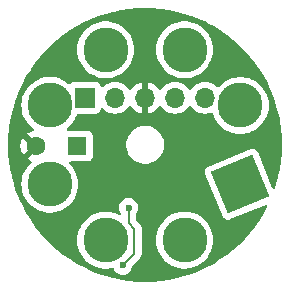
<source format=gbr>
%TF.GenerationSoftware,KiCad,Pcbnew,8.0.7-8.0.7-0~ubuntu22.04.1*%
%TF.CreationDate,2025-01-07T12:01:05+01:00*%
%TF.ProjectId,octal_base,6f637461-6c5f-4626-9173-652e6b696361,1*%
%TF.SameCoordinates,Original*%
%TF.FileFunction,Copper,L2,Bot*%
%TF.FilePolarity,Positive*%
%FSLAX46Y46*%
G04 Gerber Fmt 4.6, Leading zero omitted, Abs format (unit mm)*
G04 Created by KiCad (PCBNEW 8.0.7-8.0.7-0~ubuntu22.04.1) date 2025-01-07 12:01:05*
%MOMM*%
%LPD*%
G01*
G04 APERTURE LIST*
G04 Aperture macros list*
%AMRotRect*
0 Rectangle, with rotation*
0 The origin of the aperture is its center*
0 $1 length*
0 $2 width*
0 $3 Rotation angle, in degrees counterclockwise*
0 Add horizontal line*
21,1,$1,$2,0,0,$3*%
G04 Aperture macros list end*
%TA.AperFunction,ComponentPad*%
%ADD10R,1.600000X1.600000*%
%TD*%
%TA.AperFunction,ComponentPad*%
%ADD11C,1.600000*%
%TD*%
%TA.AperFunction,ComponentPad*%
%ADD12RotRect,3.810000X3.810000X22.500000*%
%TD*%
%TA.AperFunction,ComponentPad*%
%ADD13C,3.810000*%
%TD*%
%TA.AperFunction,ComponentPad*%
%ADD14R,1.700000X1.700000*%
%TD*%
%TA.AperFunction,ComponentPad*%
%ADD15O,1.700000X1.700000*%
%TD*%
%TA.AperFunction,ViaPad*%
%ADD16C,0.600000*%
%TD*%
%TA.AperFunction,Conductor*%
%ADD17C,0.200000*%
%TD*%
G04 APERTURE END LIST*
D10*
%TO.P,C1,1*%
%TO.N,VCC*%
X84852651Y-77000000D03*
D11*
%TO.P,C1,2*%
%TO.N,GND*%
X81352651Y-77000000D03*
%TD*%
D12*
%TO.P,J1,1,Pin_1*%
%TO.N,unconnected-(J1-Pin_1-Pad1)*%
X98661493Y-80239180D03*
D13*
%TO.P,J1,2,Pin_2*%
%TO.N,H1*%
X98660848Y-73561087D03*
%TO.P,J1,3,Pin_3*%
%TO.N,unconnected-(J1-Pin_3-Pad3)*%
X93939179Y-68838507D03*
%TO.P,J1,4,Pin_4*%
%TO.N,AGC*%
X87261087Y-68839151D03*
%TO.P,J1,5,Pin_5*%
%TO.N,unconnected-(J1-Pin_5-Pad5)*%
X82538506Y-73560820D03*
%TO.P,J1,6,Pin_6*%
%TO.N,Net-(J1-Pin_6)*%
X82539151Y-80238913D03*
%TO.P,J1,7,Pin_7*%
%TO.N,H2*%
X87260820Y-84961494D03*
%TO.P,J1,8,Pin_8*%
%TO.N,K*%
X93938912Y-84960849D03*
%TD*%
D14*
%TO.P,J2,1,Pin_1*%
%TO.N,unconnected-(J2-Pin_1-Pad1)*%
X85520001Y-72900001D03*
D15*
%TO.P,J2,2,Pin_2*%
%TO.N,VCC*%
X88060001Y-72900001D03*
%TO.P,J2,3,Pin_3*%
%TO.N,GND*%
X90600001Y-72900001D03*
%TO.P,J2,4,Pin_4*%
%TO.N,AGC*%
X93140001Y-72900001D03*
%TO.P,J2,5,Pin_5*%
%TO.N,EN*%
X95680001Y-72900001D03*
%TD*%
D16*
%TO.N,GND*%
X96500000Y-67800000D03*
X94700000Y-76100000D03*
X90600000Y-86900000D03*
X98100000Y-69700000D03*
X90600000Y-84600000D03*
%TO.N,VCC*%
X89200000Y-82200000D03*
X88700000Y-87100000D03*
%TD*%
D17*
%TO.N,VCC*%
X89700000Y-86100000D02*
X89700000Y-84000000D01*
X89200000Y-83500000D02*
X89200000Y-82200000D01*
X88700000Y-87100000D02*
X89700000Y-86100000D01*
X89700000Y-84000000D02*
X89200000Y-83500000D01*
%TD*%
%TA.AperFunction,Conductor*%
%TO.N,GND*%
G36*
X91270867Y-65320020D02*
G01*
X91278044Y-65320439D01*
X91857030Y-65371093D01*
X91943019Y-65378617D01*
X91950183Y-65379454D01*
X92013583Y-65388740D01*
X92610699Y-65476204D01*
X92617740Y-65477446D01*
X93271500Y-65612437D01*
X93278492Y-65614093D01*
X93923317Y-65786874D01*
X93930189Y-65788932D01*
X94505316Y-65979508D01*
X94563832Y-65998898D01*
X94570608Y-66001364D01*
X95190984Y-66247824D01*
X95197589Y-66250673D01*
X95802594Y-66532792D01*
X95809008Y-66536013D01*
X96035778Y-66658286D01*
X96396577Y-66852827D01*
X96402824Y-66856434D01*
X96970953Y-67206862D01*
X96976979Y-67210825D01*
X97523779Y-67593698D01*
X97529565Y-67598005D01*
X98053185Y-68012030D01*
X98058711Y-68016667D01*
X98557370Y-68460435D01*
X98562616Y-68465385D01*
X99034614Y-68937383D01*
X99039564Y-68942629D01*
X99483332Y-69441288D01*
X99487969Y-69446814D01*
X99901994Y-69970434D01*
X99906301Y-69976220D01*
X100289174Y-70523020D01*
X100293137Y-70529046D01*
X100643565Y-71097175D01*
X100647172Y-71103422D01*
X100963978Y-71690975D01*
X100967214Y-71697418D01*
X100996839Y-71760948D01*
X101249322Y-72302401D01*
X101252179Y-72309024D01*
X101498634Y-72929388D01*
X101501101Y-72936167D01*
X101711061Y-73569792D01*
X101713130Y-73576701D01*
X101885902Y-74221494D01*
X101887565Y-74228513D01*
X101897888Y-74278507D01*
X101989512Y-74722242D01*
X102022547Y-74882227D01*
X102023800Y-74889331D01*
X102120545Y-75549816D01*
X102121382Y-75556980D01*
X102179559Y-76221944D01*
X102179979Y-76229144D01*
X102199395Y-76896393D01*
X102199395Y-76903607D01*
X102179979Y-77570855D01*
X102179559Y-77578055D01*
X102121382Y-78243019D01*
X102120545Y-78250183D01*
X102023800Y-78910668D01*
X102022547Y-78917772D01*
X101887565Y-79571486D01*
X101885902Y-79578505D01*
X101713130Y-80223298D01*
X101711061Y-80230208D01*
X101616029Y-80516997D01*
X101576257Y-80574442D01*
X101511741Y-80601265D01*
X101442965Y-80588950D01*
X101391765Y-80541407D01*
X101383765Y-80525452D01*
X100136553Y-77514417D01*
X100136550Y-77514411D01*
X100136548Y-77514406D01*
X100107823Y-77461800D01*
X100107818Y-77461794D01*
X100009751Y-77356461D01*
X100009749Y-77356459D01*
X99885971Y-77283019D01*
X99766649Y-77252564D01*
X99746523Y-77247427D01*
X99746522Y-77247427D01*
X99746519Y-77247426D01*
X99602697Y-77252564D01*
X99602693Y-77252564D01*
X99602692Y-77252565D01*
X99545167Y-77269456D01*
X99545165Y-77269456D01*
X99545161Y-77269458D01*
X95936724Y-78764122D01*
X95936719Y-78764124D01*
X95884113Y-78792849D01*
X95884107Y-78792854D01*
X95778774Y-78890921D01*
X95778772Y-78890923D01*
X95705332Y-79014701D01*
X95669740Y-79154150D01*
X95669739Y-79154153D01*
X95674877Y-79297975D01*
X95674877Y-79297978D01*
X95674878Y-79297981D01*
X95691769Y-79355506D01*
X95691770Y-79355510D01*
X95691771Y-79355511D01*
X97186435Y-82963948D01*
X97186437Y-82963953D01*
X97215162Y-83016559D01*
X97215167Y-83016565D01*
X97313234Y-83121898D01*
X97313236Y-83121900D01*
X97437014Y-83195340D01*
X97482842Y-83207036D01*
X97576463Y-83230933D01*
X97576465Y-83230932D01*
X97576466Y-83230933D01*
X97624406Y-83229220D01*
X97720294Y-83225795D01*
X97777819Y-83208904D01*
X100794606Y-81959308D01*
X100864073Y-81951840D01*
X100926552Y-81983115D01*
X100962204Y-82043204D01*
X100959710Y-82113029D01*
X100951201Y-82132720D01*
X100647172Y-82696577D01*
X100643565Y-82702824D01*
X100293137Y-83270953D01*
X100289174Y-83276979D01*
X99906301Y-83823779D01*
X99901994Y-83829565D01*
X99487969Y-84353185D01*
X99483332Y-84358711D01*
X99039564Y-84857370D01*
X99034614Y-84862616D01*
X98562616Y-85334614D01*
X98557370Y-85339564D01*
X98058711Y-85783332D01*
X98053185Y-85787969D01*
X97529565Y-86201994D01*
X97523779Y-86206301D01*
X96976979Y-86589174D01*
X96970953Y-86593137D01*
X96402824Y-86943565D01*
X96396577Y-86947172D01*
X95809024Y-87263978D01*
X95802579Y-87267215D01*
X95197598Y-87549322D01*
X95190975Y-87552179D01*
X94570611Y-87798634D01*
X94563832Y-87801101D01*
X93930207Y-88011061D01*
X93923298Y-88013130D01*
X93278505Y-88185902D01*
X93271486Y-88187565D01*
X92617772Y-88322547D01*
X92610668Y-88323800D01*
X91950183Y-88420545D01*
X91943019Y-88421382D01*
X91278055Y-88479559D01*
X91270855Y-88479979D01*
X90603607Y-88499395D01*
X90596393Y-88499395D01*
X89929144Y-88479979D01*
X89921944Y-88479559D01*
X89256980Y-88421382D01*
X89249816Y-88420545D01*
X88652731Y-88333086D01*
X88589327Y-88323799D01*
X88582232Y-88322547D01*
X88383657Y-88281545D01*
X87928513Y-88187565D01*
X87921494Y-88185902D01*
X87276701Y-88013130D01*
X87269792Y-88011061D01*
X86636167Y-87801101D01*
X86629388Y-87798634D01*
X86009024Y-87552179D01*
X86002401Y-87549322D01*
X85397420Y-87267215D01*
X85390975Y-87263978D01*
X84803422Y-86947172D01*
X84797175Y-86943565D01*
X84229046Y-86593137D01*
X84223020Y-86589174D01*
X83676220Y-86206301D01*
X83670434Y-86201994D01*
X83146814Y-85787969D01*
X83141288Y-85783332D01*
X82642629Y-85339564D01*
X82637383Y-85334614D01*
X82264257Y-84961488D01*
X84850564Y-84961488D01*
X84850564Y-84961499D01*
X84869568Y-85263568D01*
X84869569Y-85263575D01*
X84926288Y-85560904D01*
X84999340Y-85785733D01*
X85019821Y-85848768D01*
X85148697Y-86122644D01*
X85148699Y-86122647D01*
X85148700Y-86122649D01*
X85310878Y-86378202D01*
X85310881Y-86378206D01*
X85310882Y-86378207D01*
X85503819Y-86611428D01*
X85715402Y-86810117D01*
X85724463Y-86818626D01*
X85724473Y-86818634D01*
X85969328Y-86996532D01*
X85969333Y-86996534D01*
X85969340Y-86996540D01*
X86234583Y-87142359D01*
X86234588Y-87142361D01*
X86234590Y-87142362D01*
X86234591Y-87142363D01*
X86516006Y-87253783D01*
X86516009Y-87253784D01*
X86806667Y-87328412D01*
X86809183Y-87329058D01*
X86872180Y-87337016D01*
X87109467Y-87366993D01*
X87109476Y-87366993D01*
X87109479Y-87366994D01*
X87109481Y-87366994D01*
X87412159Y-87366994D01*
X87412161Y-87366994D01*
X87412164Y-87366993D01*
X87412172Y-87366993D01*
X87591359Y-87344356D01*
X87712457Y-87329058D01*
X87803681Y-87305635D01*
X87873506Y-87308028D01*
X87930955Y-87347794D01*
X87951557Y-87384784D01*
X87974209Y-87449519D01*
X88036920Y-87549322D01*
X88070184Y-87602262D01*
X88197738Y-87729816D01*
X88350478Y-87825789D01*
X88520745Y-87885368D01*
X88520750Y-87885369D01*
X88699996Y-87905565D01*
X88700000Y-87905565D01*
X88700004Y-87905565D01*
X88879249Y-87885369D01*
X88879252Y-87885368D01*
X88879255Y-87885368D01*
X89049522Y-87825789D01*
X89202262Y-87729816D01*
X89329816Y-87602262D01*
X89425789Y-87449522D01*
X89485368Y-87279255D01*
X89495161Y-87192329D01*
X89522226Y-87127918D01*
X89530689Y-87118544D01*
X90180520Y-86468716D01*
X90259577Y-86331784D01*
X90300501Y-86179057D01*
X90300501Y-86020942D01*
X90300501Y-86013347D01*
X90300500Y-86013329D01*
X90300500Y-84960843D01*
X91528656Y-84960843D01*
X91528656Y-84960854D01*
X91547660Y-85262923D01*
X91547661Y-85262930D01*
X91604380Y-85560259D01*
X91604590Y-85560904D01*
X91697913Y-85848123D01*
X91826789Y-86121999D01*
X91826791Y-86122002D01*
X91826792Y-86122004D01*
X91988970Y-86377557D01*
X91988973Y-86377561D01*
X91988974Y-86377562D01*
X92181911Y-86610783D01*
X92394181Y-86810117D01*
X92402555Y-86817981D01*
X92402565Y-86817989D01*
X92647420Y-86995887D01*
X92647425Y-86995889D01*
X92647432Y-86995895D01*
X92912675Y-87141714D01*
X92912680Y-87141716D01*
X92912682Y-87141717D01*
X92912683Y-87141718D01*
X93194098Y-87253138D01*
X93194101Y-87253139D01*
X93487271Y-87328412D01*
X93487275Y-87328413D01*
X93550272Y-87336371D01*
X93787559Y-87366348D01*
X93787568Y-87366348D01*
X93787571Y-87366349D01*
X93787573Y-87366349D01*
X94090251Y-87366349D01*
X94090253Y-87366349D01*
X94090256Y-87366348D01*
X94090264Y-87366348D01*
X94269451Y-87343711D01*
X94390549Y-87328413D01*
X94683722Y-87253139D01*
X94683725Y-87253138D01*
X94965140Y-87141718D01*
X94965141Y-87141717D01*
X94965139Y-87141717D01*
X94965149Y-87141714D01*
X95230392Y-86995895D01*
X95475267Y-86817983D01*
X95695913Y-86610783D01*
X95888850Y-86377562D01*
X96051035Y-86121999D01*
X96179911Y-85848123D01*
X96273445Y-85560255D01*
X96330162Y-85262934D01*
X96330163Y-85262923D01*
X96349168Y-84960854D01*
X96349168Y-84960843D01*
X96330163Y-84658774D01*
X96330162Y-84658767D01*
X96330162Y-84658764D01*
X96273445Y-84361443D01*
X96179911Y-84073575D01*
X96051035Y-83799699D01*
X95944156Y-83631284D01*
X95888853Y-83544140D01*
X95888850Y-83544136D01*
X95695913Y-83310915D01*
X95475267Y-83103715D01*
X95475264Y-83103713D01*
X95475258Y-83103708D01*
X95230403Y-82925810D01*
X95230396Y-82925805D01*
X95230392Y-82925803D01*
X94965149Y-82779984D01*
X94965146Y-82779982D01*
X94965141Y-82779980D01*
X94965140Y-82779979D01*
X94683725Y-82668559D01*
X94683722Y-82668558D01*
X94390552Y-82593285D01*
X94390539Y-82593283D01*
X94090264Y-82555349D01*
X94090253Y-82555349D01*
X93787571Y-82555349D01*
X93787559Y-82555349D01*
X93487284Y-82593283D01*
X93487271Y-82593285D01*
X93194101Y-82668558D01*
X93194098Y-82668559D01*
X92912683Y-82779979D01*
X92912682Y-82779980D01*
X92647432Y-82925803D01*
X92647420Y-82925810D01*
X92402565Y-83103708D01*
X92402555Y-83103716D01*
X92218049Y-83276979D01*
X92181911Y-83310915D01*
X92117598Y-83388655D01*
X91988970Y-83544140D01*
X91826792Y-83799693D01*
X91826789Y-83799697D01*
X91826789Y-83799699D01*
X91730132Y-84005106D01*
X91697912Y-84073577D01*
X91604380Y-84361438D01*
X91547661Y-84658767D01*
X91547660Y-84658774D01*
X91528656Y-84960843D01*
X90300500Y-84960843D01*
X90300500Y-84089060D01*
X90300501Y-84089047D01*
X90300501Y-83920944D01*
X90300501Y-83920943D01*
X90259577Y-83768216D01*
X90259573Y-83768209D01*
X90180524Y-83631290D01*
X90180518Y-83631282D01*
X89836819Y-83287583D01*
X89803334Y-83226260D01*
X89800500Y-83199902D01*
X89800500Y-82782412D01*
X89820185Y-82715373D01*
X89827555Y-82705097D01*
X89829810Y-82702267D01*
X89829816Y-82702262D01*
X89925789Y-82549522D01*
X89985368Y-82379255D01*
X90005565Y-82200000D01*
X89997984Y-82132720D01*
X89985369Y-82020750D01*
X89985368Y-82020745D01*
X89925788Y-81850476D01*
X89829815Y-81697737D01*
X89702262Y-81570184D01*
X89549523Y-81474211D01*
X89379254Y-81414631D01*
X89379249Y-81414630D01*
X89200004Y-81394435D01*
X89199996Y-81394435D01*
X89020750Y-81414630D01*
X89020745Y-81414631D01*
X88850476Y-81474211D01*
X88697737Y-81570184D01*
X88570184Y-81697737D01*
X88474211Y-81850476D01*
X88414631Y-82020745D01*
X88414630Y-82020750D01*
X88394435Y-82199996D01*
X88394435Y-82200003D01*
X88414630Y-82379249D01*
X88414631Y-82379254D01*
X88474211Y-82549523D01*
X88540254Y-82654630D01*
X88559254Y-82721867D01*
X88538886Y-82788702D01*
X88485618Y-82833916D01*
X88416362Y-82843153D01*
X88375525Y-82829265D01*
X88287057Y-82780629D01*
X88287050Y-82780626D01*
X88287048Y-82780625D01*
X88287048Y-82780624D01*
X88005633Y-82669204D01*
X88005630Y-82669203D01*
X87712460Y-82593930D01*
X87712447Y-82593928D01*
X87412172Y-82555994D01*
X87412161Y-82555994D01*
X87109479Y-82555994D01*
X87109467Y-82555994D01*
X86809192Y-82593928D01*
X86809179Y-82593930D01*
X86516009Y-82669203D01*
X86516006Y-82669204D01*
X86234591Y-82780624D01*
X86234590Y-82780625D01*
X85969340Y-82926448D01*
X85969328Y-82926455D01*
X85724473Y-83104353D01*
X85724463Y-83104361D01*
X85503821Y-83311558D01*
X85310878Y-83544785D01*
X85148700Y-83800338D01*
X85148697Y-83800342D01*
X85148697Y-83800344D01*
X85136276Y-83826741D01*
X85019820Y-84074222D01*
X84926288Y-84362083D01*
X84869569Y-84659412D01*
X84869568Y-84659419D01*
X84850564Y-84961488D01*
X82264257Y-84961488D01*
X82165385Y-84862616D01*
X82160435Y-84857370D01*
X81716667Y-84358711D01*
X81712030Y-84353185D01*
X81298005Y-83829565D01*
X81293698Y-83823779D01*
X80910825Y-83276979D01*
X80906862Y-83270953D01*
X80604425Y-82780629D01*
X80556432Y-82702822D01*
X80552827Y-82696577D01*
X80537719Y-82668558D01*
X80236013Y-82109008D01*
X80232792Y-82102594D01*
X79950673Y-81497589D01*
X79947820Y-81490975D01*
X79917490Y-81414631D01*
X79701364Y-80870608D01*
X79698898Y-80863832D01*
X79611893Y-80601265D01*
X79488932Y-80230189D01*
X79486874Y-80223317D01*
X79314093Y-79578492D01*
X79312434Y-79571486D01*
X79177446Y-78917740D01*
X79176204Y-78910699D01*
X79079454Y-78250183D01*
X79078617Y-78243019D01*
X79034508Y-77738848D01*
X79020439Y-77578044D01*
X79020020Y-77570855D01*
X79018378Y-77514411D01*
X79003410Y-76999997D01*
X80047685Y-76999997D01*
X80047685Y-77000002D01*
X80067509Y-77226599D01*
X80067511Y-77226610D01*
X80126381Y-77446317D01*
X80126386Y-77446331D01*
X80222514Y-77652478D01*
X80273625Y-77725472D01*
X80952651Y-77046446D01*
X80952651Y-77052661D01*
X80979910Y-77154394D01*
X81032571Y-77245606D01*
X81107045Y-77320080D01*
X81198257Y-77372741D01*
X81299990Y-77400000D01*
X81306203Y-77400000D01*
X80627177Y-78079025D01*
X80700164Y-78130132D01*
X80700172Y-78130136D01*
X80911232Y-78228555D01*
X80910702Y-78229689D01*
X80962053Y-78267495D01*
X80986991Y-78332763D01*
X80972683Y-78401152D01*
X80948265Y-78432986D01*
X80782152Y-78588977D01*
X80589209Y-78822204D01*
X80427031Y-79077757D01*
X80298151Y-79351641D01*
X80204619Y-79639502D01*
X80147900Y-79936831D01*
X80147899Y-79936838D01*
X80128895Y-80238907D01*
X80128895Y-80238918D01*
X80147899Y-80540987D01*
X80147900Y-80540994D01*
X80204619Y-80838323D01*
X80298151Y-81126184D01*
X80298152Y-81126187D01*
X80427028Y-81400063D01*
X80427030Y-81400066D01*
X80427031Y-81400068D01*
X80589209Y-81655621D01*
X80589212Y-81655625D01*
X80589213Y-81655626D01*
X80782150Y-81888847D01*
X80922613Y-82020750D01*
X81002794Y-82096045D01*
X81002804Y-82096053D01*
X81247659Y-82273951D01*
X81247664Y-82273953D01*
X81247671Y-82273959D01*
X81512914Y-82419778D01*
X81512919Y-82419780D01*
X81512921Y-82419781D01*
X81512922Y-82419782D01*
X81794337Y-82531202D01*
X81794340Y-82531203D01*
X82087510Y-82606476D01*
X82087514Y-82606477D01*
X82150511Y-82614435D01*
X82387798Y-82644412D01*
X82387807Y-82644412D01*
X82387810Y-82644413D01*
X82387812Y-82644413D01*
X82690490Y-82644413D01*
X82690492Y-82644413D01*
X82690495Y-82644412D01*
X82690503Y-82644412D01*
X82869690Y-82621775D01*
X82990788Y-82606477D01*
X83283961Y-82531203D01*
X83283964Y-82531202D01*
X83565379Y-82419782D01*
X83565380Y-82419781D01*
X83565378Y-82419781D01*
X83565388Y-82419778D01*
X83830631Y-82273959D01*
X84075506Y-82096047D01*
X84296152Y-81888847D01*
X84489089Y-81655626D01*
X84651274Y-81400063D01*
X84780150Y-81126187D01*
X84873684Y-80838319D01*
X84930401Y-80540998D01*
X84930402Y-80540987D01*
X84949407Y-80238918D01*
X84949407Y-80238907D01*
X84930402Y-79936838D01*
X84930401Y-79936831D01*
X84930401Y-79936828D01*
X84873684Y-79639507D01*
X84780150Y-79351639D01*
X84651274Y-79077763D01*
X84603572Y-79002598D01*
X84489092Y-78822204D01*
X84464811Y-78792853D01*
X84296152Y-78588979D01*
X84296149Y-78588976D01*
X84217257Y-78514891D01*
X84181862Y-78454649D01*
X84184656Y-78384836D01*
X84224750Y-78327615D01*
X84289415Y-78301154D01*
X84302124Y-78300499D01*
X85700523Y-78300499D01*
X85760134Y-78294091D01*
X85894982Y-78243796D01*
X86010197Y-78157546D01*
X86096447Y-78042331D01*
X86146742Y-77907483D01*
X86153151Y-77847873D01*
X86153150Y-76774038D01*
X88999500Y-76774038D01*
X88999500Y-77025961D01*
X89038910Y-77274785D01*
X89116760Y-77514383D01*
X89187124Y-77652478D01*
X89224316Y-77725472D01*
X89231132Y-77738848D01*
X89379201Y-77942649D01*
X89379205Y-77942654D01*
X89557345Y-78120794D01*
X89557350Y-78120798D01*
X89726645Y-78243797D01*
X89761155Y-78268870D01*
X89876449Y-78327615D01*
X89985616Y-78383239D01*
X89985618Y-78383239D01*
X89985621Y-78383241D01*
X90225215Y-78461090D01*
X90474038Y-78500500D01*
X90474039Y-78500500D01*
X90725961Y-78500500D01*
X90725962Y-78500500D01*
X90974785Y-78461090D01*
X91214379Y-78383241D01*
X91438845Y-78268870D01*
X91642656Y-78120793D01*
X91820793Y-77942656D01*
X91968870Y-77738845D01*
X92083241Y-77514379D01*
X92161090Y-77274785D01*
X92200500Y-77025962D01*
X92200500Y-76774038D01*
X92161090Y-76525215D01*
X92083241Y-76285621D01*
X92083239Y-76285618D01*
X92083239Y-76285616D01*
X92041747Y-76204184D01*
X91968870Y-76061155D01*
X91949952Y-76035117D01*
X91820798Y-75857350D01*
X91820794Y-75857345D01*
X91642654Y-75679205D01*
X91642649Y-75679201D01*
X91438848Y-75531132D01*
X91438847Y-75531131D01*
X91438845Y-75531130D01*
X91329039Y-75475181D01*
X91214383Y-75416760D01*
X90974785Y-75338910D01*
X90725962Y-75299500D01*
X90474038Y-75299500D01*
X90349626Y-75319205D01*
X90225214Y-75338910D01*
X89985616Y-75416760D01*
X89761151Y-75531132D01*
X89557350Y-75679201D01*
X89557345Y-75679205D01*
X89379205Y-75857345D01*
X89379201Y-75857350D01*
X89231132Y-76061151D01*
X89116760Y-76285616D01*
X89038910Y-76525214D01*
X88999500Y-76774038D01*
X86153150Y-76774038D01*
X86153150Y-76152128D01*
X86147950Y-76103757D01*
X86146742Y-76092516D01*
X86096448Y-75957671D01*
X86096444Y-75957664D01*
X86010198Y-75842455D01*
X86010195Y-75842452D01*
X85894986Y-75756206D01*
X85894979Y-75756202D01*
X85760133Y-75705908D01*
X85760134Y-75705908D01*
X85700534Y-75699501D01*
X85700532Y-75699500D01*
X85700524Y-75699500D01*
X85700516Y-75699500D01*
X84068978Y-75699500D01*
X84001939Y-75679815D01*
X83956184Y-75627011D01*
X83946240Y-75557853D01*
X83975265Y-75494297D01*
X83996091Y-75475183D01*
X84074861Y-75417954D01*
X84295507Y-75210754D01*
X84488444Y-74977533D01*
X84650629Y-74721970D01*
X84779505Y-74448094D01*
X84815867Y-74336182D01*
X84855304Y-74278507D01*
X84919663Y-74251308D01*
X84933798Y-74250500D01*
X86417872Y-74250500D01*
X86417873Y-74250500D01*
X86477484Y-74244092D01*
X86612332Y-74193797D01*
X86727547Y-74107547D01*
X86813797Y-73992332D01*
X86862811Y-73860917D01*
X86904682Y-73804985D01*
X86970146Y-73780567D01*
X87038419Y-73795418D01*
X87066674Y-73816570D01*
X87188600Y-73938496D01*
X87285385Y-74006266D01*
X87382166Y-74074033D01*
X87382168Y-74074034D01*
X87382171Y-74074036D01*
X87596338Y-74173904D01*
X87824593Y-74235064D01*
X88010259Y-74251308D01*
X88060000Y-74255660D01*
X88060001Y-74255660D01*
X88060002Y-74255660D01*
X88109743Y-74251308D01*
X88295409Y-74235064D01*
X88523664Y-74173904D01*
X88737831Y-74074036D01*
X88931402Y-73938496D01*
X89098496Y-73771402D01*
X89228731Y-73585406D01*
X89283308Y-73541782D01*
X89352806Y-73534588D01*
X89415161Y-73566111D01*
X89431880Y-73585406D01*
X89561891Y-73771079D01*
X89728918Y-73938106D01*
X89922422Y-74073601D01*
X90136508Y-74173430D01*
X90136517Y-74173434D01*
X90350001Y-74230635D01*
X90350001Y-73333013D01*
X90407008Y-73365926D01*
X90534175Y-73400001D01*
X90665827Y-73400001D01*
X90792994Y-73365926D01*
X90850001Y-73333013D01*
X90850001Y-74230634D01*
X91063484Y-74173434D01*
X91063493Y-74173430D01*
X91277579Y-74073601D01*
X91471083Y-73938106D01*
X91638106Y-73771083D01*
X91768120Y-73585406D01*
X91822697Y-73541782D01*
X91892196Y-73534589D01*
X91954550Y-73566111D01*
X91971270Y-73585406D01*
X92101506Y-73771402D01*
X92268600Y-73938496D01*
X92365385Y-74006266D01*
X92462166Y-74074033D01*
X92462168Y-74074034D01*
X92462171Y-74074036D01*
X92676338Y-74173904D01*
X92904593Y-74235064D01*
X93090259Y-74251308D01*
X93140000Y-74255660D01*
X93140001Y-74255660D01*
X93140002Y-74255660D01*
X93189743Y-74251308D01*
X93375409Y-74235064D01*
X93603664Y-74173904D01*
X93817831Y-74074036D01*
X94011402Y-73938496D01*
X94178496Y-73771402D01*
X94308426Y-73585843D01*
X94363003Y-73542218D01*
X94432501Y-73535024D01*
X94494856Y-73566547D01*
X94511576Y-73585843D01*
X94641282Y-73771083D01*
X94641506Y-73771402D01*
X94808600Y-73938496D01*
X94905385Y-74006266D01*
X95002166Y-74074033D01*
X95002168Y-74074034D01*
X95002171Y-74074036D01*
X95216338Y-74173904D01*
X95444593Y-74235064D01*
X95630259Y-74251308D01*
X95680000Y-74255660D01*
X95680001Y-74255660D01*
X95680002Y-74255660D01*
X95729743Y-74251308D01*
X95915409Y-74235064D01*
X96143664Y-74173904D01*
X96179042Y-74157406D01*
X96248118Y-74146915D01*
X96311902Y-74175434D01*
X96349377Y-74231471D01*
X96364660Y-74278507D01*
X96419849Y-74448361D01*
X96548725Y-74722237D01*
X96548727Y-74722240D01*
X96548728Y-74722242D01*
X96710906Y-74977795D01*
X96710909Y-74977799D01*
X96710910Y-74977800D01*
X96903847Y-75211021D01*
X97122936Y-75416759D01*
X97124491Y-75418219D01*
X97124501Y-75418227D01*
X97369356Y-75596125D01*
X97369361Y-75596127D01*
X97369368Y-75596133D01*
X97634611Y-75741952D01*
X97634616Y-75741954D01*
X97634618Y-75741955D01*
X97634619Y-75741956D01*
X97916034Y-75853376D01*
X97916037Y-75853377D01*
X98179307Y-75920973D01*
X98209211Y-75928651D01*
X98272208Y-75936609D01*
X98509495Y-75966586D01*
X98509504Y-75966586D01*
X98509507Y-75966587D01*
X98509509Y-75966587D01*
X98812187Y-75966587D01*
X98812189Y-75966587D01*
X98812192Y-75966586D01*
X98812200Y-75966586D01*
X99004061Y-75942348D01*
X99112485Y-75928651D01*
X99405658Y-75853377D01*
X99405661Y-75853376D01*
X99687076Y-75741956D01*
X99687077Y-75741955D01*
X99687075Y-75741955D01*
X99687085Y-75741952D01*
X99952328Y-75596133D01*
X100197203Y-75418221D01*
X100417849Y-75211021D01*
X100610786Y-74977800D01*
X100772971Y-74722237D01*
X100901847Y-74448361D01*
X100995381Y-74160493D01*
X101052098Y-73863172D01*
X101052115Y-73862901D01*
X101071104Y-73561092D01*
X101071104Y-73561081D01*
X101052099Y-73259012D01*
X101052098Y-73259005D01*
X101052098Y-73259002D01*
X100995381Y-72961681D01*
X100901847Y-72673813D01*
X100772971Y-72399937D01*
X100667595Y-72233891D01*
X100610789Y-72144378D01*
X100610565Y-72144107D01*
X100417849Y-71911153D01*
X100197203Y-71703953D01*
X100197200Y-71703951D01*
X100197194Y-71703946D01*
X99952339Y-71526048D01*
X99952332Y-71526043D01*
X99952328Y-71526041D01*
X99687085Y-71380222D01*
X99687082Y-71380220D01*
X99687077Y-71380218D01*
X99687076Y-71380217D01*
X99405661Y-71268797D01*
X99405658Y-71268796D01*
X99112488Y-71193523D01*
X99112475Y-71193521D01*
X98812200Y-71155587D01*
X98812189Y-71155587D01*
X98509507Y-71155587D01*
X98509495Y-71155587D01*
X98209220Y-71193521D01*
X98209207Y-71193523D01*
X97916037Y-71268796D01*
X97916034Y-71268797D01*
X97634619Y-71380217D01*
X97634618Y-71380218D01*
X97369368Y-71526041D01*
X97369356Y-71526048D01*
X97124501Y-71703946D01*
X97124491Y-71703954D01*
X96903845Y-71911154D01*
X96903843Y-71911156D01*
X96853623Y-71971862D01*
X96795723Y-72010969D01*
X96725872Y-72012565D01*
X96670399Y-71980503D01*
X96628978Y-71939082D01*
X96551402Y-71861506D01*
X96551398Y-71861503D01*
X96551397Y-71861502D01*
X96357835Y-71725968D01*
X96357831Y-71725966D01*
X96310609Y-71703946D01*
X96143664Y-71626098D01*
X96143660Y-71626097D01*
X96143656Y-71626095D01*
X95915414Y-71564939D01*
X95915404Y-71564937D01*
X95680002Y-71544342D01*
X95680000Y-71544342D01*
X95444597Y-71564937D01*
X95444587Y-71564939D01*
X95216345Y-71626095D01*
X95216336Y-71626099D01*
X95002172Y-71725965D01*
X95002170Y-71725966D01*
X94808598Y-71861506D01*
X94641506Y-72028598D01*
X94511576Y-72214159D01*
X94456999Y-72257784D01*
X94387501Y-72264978D01*
X94325146Y-72233455D01*
X94308426Y-72214159D01*
X94178495Y-72028598D01*
X94011403Y-71861507D01*
X94011396Y-71861502D01*
X93817835Y-71725968D01*
X93817831Y-71725966D01*
X93770609Y-71703946D01*
X93603664Y-71626098D01*
X93603660Y-71626097D01*
X93603656Y-71626095D01*
X93375414Y-71564939D01*
X93375404Y-71564937D01*
X93140002Y-71544342D01*
X93140000Y-71544342D01*
X92904597Y-71564937D01*
X92904587Y-71564939D01*
X92676345Y-71626095D01*
X92676336Y-71626099D01*
X92462172Y-71725965D01*
X92462170Y-71725966D01*
X92268598Y-71861506D01*
X92101509Y-72028595D01*
X91971270Y-72214596D01*
X91916693Y-72258220D01*
X91847194Y-72265413D01*
X91784840Y-72233891D01*
X91768120Y-72214595D01*
X91638114Y-72028927D01*
X91638109Y-72028921D01*
X91471083Y-71861895D01*
X91277579Y-71726400D01*
X91063493Y-71626571D01*
X91063487Y-71626568D01*
X90850001Y-71569365D01*
X90850001Y-72466989D01*
X90792994Y-72434076D01*
X90665827Y-72400001D01*
X90534175Y-72400001D01*
X90407008Y-72434076D01*
X90350001Y-72466989D01*
X90350001Y-71569365D01*
X90350000Y-71569365D01*
X90136514Y-71626568D01*
X90136508Y-71626571D01*
X89922423Y-71726400D01*
X89922421Y-71726401D01*
X89728927Y-71861887D01*
X89728921Y-71861892D01*
X89561892Y-72028921D01*
X89561891Y-72028923D01*
X89431881Y-72214596D01*
X89377304Y-72258220D01*
X89307805Y-72265413D01*
X89245451Y-72233891D01*
X89228731Y-72214595D01*
X89098495Y-72028598D01*
X88931403Y-71861507D01*
X88931396Y-71861502D01*
X88737835Y-71725968D01*
X88737831Y-71725966D01*
X88690609Y-71703946D01*
X88523664Y-71626098D01*
X88523660Y-71626097D01*
X88523656Y-71626095D01*
X88295414Y-71564939D01*
X88295404Y-71564937D01*
X88060002Y-71544342D01*
X88060000Y-71544342D01*
X87824597Y-71564937D01*
X87824587Y-71564939D01*
X87596345Y-71626095D01*
X87596336Y-71626099D01*
X87382172Y-71725965D01*
X87382170Y-71725966D01*
X87188601Y-71861504D01*
X87066674Y-71983431D01*
X87005351Y-72016915D01*
X86935659Y-72011931D01*
X86879726Y-71970059D01*
X86862811Y-71939082D01*
X86813798Y-71807672D01*
X86813794Y-71807665D01*
X86727548Y-71692456D01*
X86727545Y-71692453D01*
X86612336Y-71606207D01*
X86612329Y-71606203D01*
X86477483Y-71555909D01*
X86477484Y-71555909D01*
X86417884Y-71549502D01*
X86417882Y-71549501D01*
X86417874Y-71549501D01*
X86417865Y-71549501D01*
X84622130Y-71549501D01*
X84622124Y-71549502D01*
X84562517Y-71555909D01*
X84427672Y-71606203D01*
X84427665Y-71606207D01*
X84312456Y-71692453D01*
X84312454Y-71692455D01*
X84292524Y-71719078D01*
X84236589Y-71760948D01*
X84166897Y-71765930D01*
X84108376Y-71735158D01*
X84074862Y-71703687D01*
X84074852Y-71703679D01*
X83829997Y-71525781D01*
X83829990Y-71525776D01*
X83829986Y-71525774D01*
X83564743Y-71379955D01*
X83564740Y-71379953D01*
X83564735Y-71379951D01*
X83564734Y-71379950D01*
X83283319Y-71268530D01*
X83283316Y-71268529D01*
X82990146Y-71193256D01*
X82990133Y-71193254D01*
X82689858Y-71155320D01*
X82689847Y-71155320D01*
X82387165Y-71155320D01*
X82387153Y-71155320D01*
X82086878Y-71193254D01*
X82086865Y-71193256D01*
X81793695Y-71268529D01*
X81793692Y-71268530D01*
X81512277Y-71379950D01*
X81512276Y-71379951D01*
X81247026Y-71525774D01*
X81247014Y-71525781D01*
X81002159Y-71703679D01*
X81002149Y-71703687D01*
X80833678Y-71861892D01*
X80781505Y-71910886D01*
X80781282Y-71911156D01*
X80588564Y-72144111D01*
X80426386Y-72399664D01*
X80426383Y-72399668D01*
X80426383Y-72399670D01*
X80335412Y-72592994D01*
X80297506Y-72673548D01*
X80203974Y-72961409D01*
X80147255Y-73258738D01*
X80147254Y-73258745D01*
X80128250Y-73560814D01*
X80128250Y-73560825D01*
X80147254Y-73862894D01*
X80147255Y-73862901D01*
X80171946Y-73992336D01*
X80187448Y-74073601D01*
X80203974Y-74160230D01*
X80297505Y-74448088D01*
X80297507Y-74448094D01*
X80426383Y-74721970D01*
X80426385Y-74721973D01*
X80426386Y-74721975D01*
X80588564Y-74977528D01*
X80588567Y-74977532D01*
X80588568Y-74977533D01*
X80781505Y-75210754D01*
X81000880Y-75416760D01*
X81002149Y-75417952D01*
X81002159Y-75417960D01*
X81123759Y-75506308D01*
X81166425Y-75561638D01*
X81172404Y-75631251D01*
X81139798Y-75693046D01*
X81082968Y-75726401D01*
X80906331Y-75773731D01*
X80906324Y-75773734D01*
X80700167Y-75869866D01*
X80700163Y-75869868D01*
X80627177Y-75920973D01*
X80627177Y-75920974D01*
X81306204Y-76600000D01*
X81299990Y-76600000D01*
X81198257Y-76627259D01*
X81107045Y-76679920D01*
X81032571Y-76754394D01*
X80979910Y-76845606D01*
X80952651Y-76947339D01*
X80952651Y-76953552D01*
X80273625Y-76274526D01*
X80273624Y-76274526D01*
X80222519Y-76347512D01*
X80222517Y-76347516D01*
X80126385Y-76553673D01*
X80126381Y-76553682D01*
X80067511Y-76773389D01*
X80067509Y-76773400D01*
X80047685Y-76999997D01*
X79003410Y-76999997D01*
X79000604Y-76903574D01*
X79000604Y-76896425D01*
X79020020Y-76229130D01*
X79020440Y-76221944D01*
X79021081Y-76214626D01*
X79078617Y-75556978D01*
X79079454Y-75549816D01*
X79098729Y-75418227D01*
X79176205Y-74889294D01*
X79177445Y-74882265D01*
X79312438Y-74228492D01*
X79314091Y-74221515D01*
X79486877Y-73576673D01*
X79488929Y-73569820D01*
X79698902Y-72936153D01*
X79701365Y-72929388D01*
X79739191Y-72834175D01*
X79947829Y-72309002D01*
X79950667Y-72302422D01*
X80232798Y-71697391D01*
X80236006Y-71691004D01*
X80552837Y-71103404D01*
X80556423Y-71097192D01*
X80906866Y-70529038D01*
X80910825Y-70523020D01*
X80935037Y-70488442D01*
X81293709Y-69976204D01*
X81297993Y-69970449D01*
X81712032Y-69446811D01*
X81716667Y-69441288D01*
X81719094Y-69438561D01*
X82160452Y-68942610D01*
X82165368Y-68937400D01*
X82263623Y-68839145D01*
X84850831Y-68839145D01*
X84850831Y-68839156D01*
X84869835Y-69141225D01*
X84869836Y-69141232D01*
X84926555Y-69438561D01*
X84929237Y-69446814D01*
X85020088Y-69726425D01*
X85148964Y-70000301D01*
X85148966Y-70000304D01*
X85148967Y-70000306D01*
X85311145Y-70255859D01*
X85311148Y-70255863D01*
X85311149Y-70255864D01*
X85504086Y-70489085D01*
X85724044Y-70695639D01*
X85724730Y-70696283D01*
X85724740Y-70696291D01*
X85969595Y-70874189D01*
X85969600Y-70874191D01*
X85969607Y-70874197D01*
X86234850Y-71020016D01*
X86234855Y-71020018D01*
X86234857Y-71020019D01*
X86234858Y-71020020D01*
X86516273Y-71131440D01*
X86516276Y-71131441D01*
X86806938Y-71206070D01*
X86809450Y-71206715D01*
X86872447Y-71214673D01*
X87109734Y-71244650D01*
X87109743Y-71244650D01*
X87109746Y-71244651D01*
X87109748Y-71244651D01*
X87412426Y-71244651D01*
X87412428Y-71244651D01*
X87412431Y-71244650D01*
X87412439Y-71244650D01*
X87591626Y-71222013D01*
X87712724Y-71206715D01*
X88005897Y-71131441D01*
X88007524Y-71130797D01*
X88287315Y-71020020D01*
X88287316Y-71020019D01*
X88287314Y-71020019D01*
X88287324Y-71020016D01*
X88552567Y-70874197D01*
X88797442Y-70696285D01*
X89018088Y-70489085D01*
X89211025Y-70255864D01*
X89373210Y-70000301D01*
X89502086Y-69726425D01*
X89595620Y-69438557D01*
X89652337Y-69141236D01*
X89652378Y-69140588D01*
X89671343Y-68839156D01*
X89671343Y-68839145D01*
X89671302Y-68838501D01*
X91528923Y-68838501D01*
X91528923Y-68838512D01*
X91547927Y-69140581D01*
X91547928Y-69140588D01*
X91604647Y-69437917D01*
X91606619Y-69443985D01*
X91698180Y-69725781D01*
X91827056Y-69999657D01*
X91827058Y-69999660D01*
X91827059Y-69999662D01*
X91989237Y-70255215D01*
X91989240Y-70255219D01*
X91989241Y-70255220D01*
X92182178Y-70488441D01*
X92402822Y-70695639D01*
X92402832Y-70695647D01*
X92647687Y-70873545D01*
X92647692Y-70873547D01*
X92647699Y-70873553D01*
X92912942Y-71019372D01*
X92912947Y-71019374D01*
X92912949Y-71019375D01*
X92912950Y-71019376D01*
X93194365Y-71130796D01*
X93194368Y-71130797D01*
X93487538Y-71206070D01*
X93487542Y-71206071D01*
X93550539Y-71214029D01*
X93787826Y-71244006D01*
X93787835Y-71244006D01*
X93787838Y-71244007D01*
X93787840Y-71244007D01*
X94090518Y-71244007D01*
X94090520Y-71244007D01*
X94090523Y-71244006D01*
X94090531Y-71244006D01*
X94269718Y-71221369D01*
X94390816Y-71206071D01*
X94683989Y-71130797D01*
X94683992Y-71130796D01*
X94965407Y-71019376D01*
X94965408Y-71019375D01*
X94965406Y-71019375D01*
X94965416Y-71019372D01*
X95230659Y-70873553D01*
X95475534Y-70695641D01*
X95696180Y-70488441D01*
X95889117Y-70255220D01*
X96051302Y-69999657D01*
X96180178Y-69725781D01*
X96273712Y-69437913D01*
X96330429Y-69140592D01*
X96342884Y-68942629D01*
X96349435Y-68838512D01*
X96349435Y-68838501D01*
X96330430Y-68536432D01*
X96330429Y-68536425D01*
X96330429Y-68536422D01*
X96273712Y-68239101D01*
X96180178Y-67951233D01*
X96051302Y-67677357D01*
X95998210Y-67593698D01*
X95889120Y-67421798D01*
X95889117Y-67421794D01*
X95696180Y-67188573D01*
X95475534Y-66981373D01*
X95475531Y-66981371D01*
X95475525Y-66981366D01*
X95230670Y-66803468D01*
X95230663Y-66803463D01*
X95230659Y-66803461D01*
X94965416Y-66657642D01*
X94965413Y-66657640D01*
X94965408Y-66657638D01*
X94965407Y-66657637D01*
X94683992Y-66546217D01*
X94683989Y-66546216D01*
X94390819Y-66470943D01*
X94390806Y-66470941D01*
X94090531Y-66433007D01*
X94090520Y-66433007D01*
X93787838Y-66433007D01*
X93787826Y-66433007D01*
X93487551Y-66470941D01*
X93487538Y-66470943D01*
X93194368Y-66546216D01*
X93194365Y-66546217D01*
X92912950Y-66657637D01*
X92912949Y-66657638D01*
X92647699Y-66803461D01*
X92647687Y-66803468D01*
X92402832Y-66981366D01*
X92402822Y-66981374D01*
X92182180Y-67188571D01*
X92182178Y-67188573D01*
X92167048Y-67206862D01*
X91989237Y-67421798D01*
X91827059Y-67677351D01*
X91698179Y-67951235D01*
X91604647Y-68239096D01*
X91547928Y-68536425D01*
X91547927Y-68536432D01*
X91528923Y-68838501D01*
X89671302Y-68838501D01*
X89652338Y-68537076D01*
X89652337Y-68537069D01*
X89652337Y-68537066D01*
X89595620Y-68239745D01*
X89502086Y-67951877D01*
X89373210Y-67678001D01*
X89211025Y-67422438D01*
X89018088Y-67189217D01*
X88797442Y-66982017D01*
X88797439Y-66982015D01*
X88797433Y-66982010D01*
X88552578Y-66804112D01*
X88552571Y-66804107D01*
X88552567Y-66804105D01*
X88287324Y-66658286D01*
X88287321Y-66658284D01*
X88287316Y-66658282D01*
X88287315Y-66658281D01*
X88005900Y-66546861D01*
X88005897Y-66546860D01*
X87712727Y-66471587D01*
X87712714Y-66471585D01*
X87412439Y-66433651D01*
X87412428Y-66433651D01*
X87109746Y-66433651D01*
X87109734Y-66433651D01*
X86809459Y-66471585D01*
X86809446Y-66471587D01*
X86516276Y-66546860D01*
X86516273Y-66546861D01*
X86234858Y-66658281D01*
X86234857Y-66658282D01*
X85969607Y-66804105D01*
X85969595Y-66804112D01*
X85724740Y-66982010D01*
X85724730Y-66982018D01*
X85504774Y-67188571D01*
X85504086Y-67189217D01*
X85439773Y-67266957D01*
X85311145Y-67422442D01*
X85148967Y-67677995D01*
X85020087Y-67951879D01*
X84926555Y-68239740D01*
X84869836Y-68537069D01*
X84869835Y-68537076D01*
X84850831Y-68839145D01*
X82263623Y-68839145D01*
X82637400Y-68465368D01*
X82642610Y-68460452D01*
X83141290Y-68016664D01*
X83146814Y-68012030D01*
X83670449Y-67597993D01*
X83676204Y-67593709D01*
X84223027Y-67210820D01*
X84229038Y-67206866D01*
X84797192Y-66856423D01*
X84803404Y-66852837D01*
X85391004Y-66536006D01*
X85397391Y-66532798D01*
X86002422Y-66250667D01*
X86009002Y-66247829D01*
X86629402Y-66001359D01*
X86636153Y-65998902D01*
X87269820Y-65788929D01*
X87276673Y-65786877D01*
X87921515Y-65614091D01*
X87928492Y-65612438D01*
X88582265Y-65477445D01*
X88589294Y-65476205D01*
X89249817Y-65379453D01*
X89256980Y-65378617D01*
X89921957Y-65320439D01*
X89929130Y-65320020D01*
X90596426Y-65300604D01*
X90603574Y-65300604D01*
X91270867Y-65320020D01*
G37*
%TD.AperFunction*%
%TD*%
M02*

</source>
